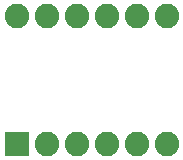
<source format=gbs>
G75*
%MOIN*%
%OFA0B0*%
%FSLAX24Y24*%
%IPPOS*%
%LPD*%
%AMOC8*
5,1,8,0,0,1.08239X$1,22.5*
%
%ADD10R,0.0820X0.0820*%
%ADD11C,0.0820*%
D10*
X000745Y000650D03*
D11*
X001745Y000650D03*
X002745Y000650D03*
X003745Y000650D03*
X004745Y000650D03*
X005745Y000650D03*
X005745Y004900D03*
X004745Y004900D03*
X003745Y004900D03*
X002745Y004900D03*
X001745Y004900D03*
X000745Y004900D03*
M02*

</source>
